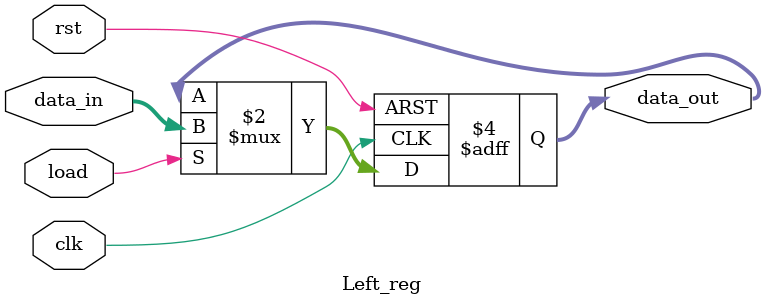
<source format=v>
`timescale 1ns/100ps

module Left_reg(
    input clk, rst, load,
    input [31:0] data_in,
    output reg [31:0] data_out
);

always @(posedge clk or posedge rst) begin
    if (rst)
        data_out <= 0;
    else if (load)
        data_out <= data_in;  // load new value
end
endmodule
</source>
